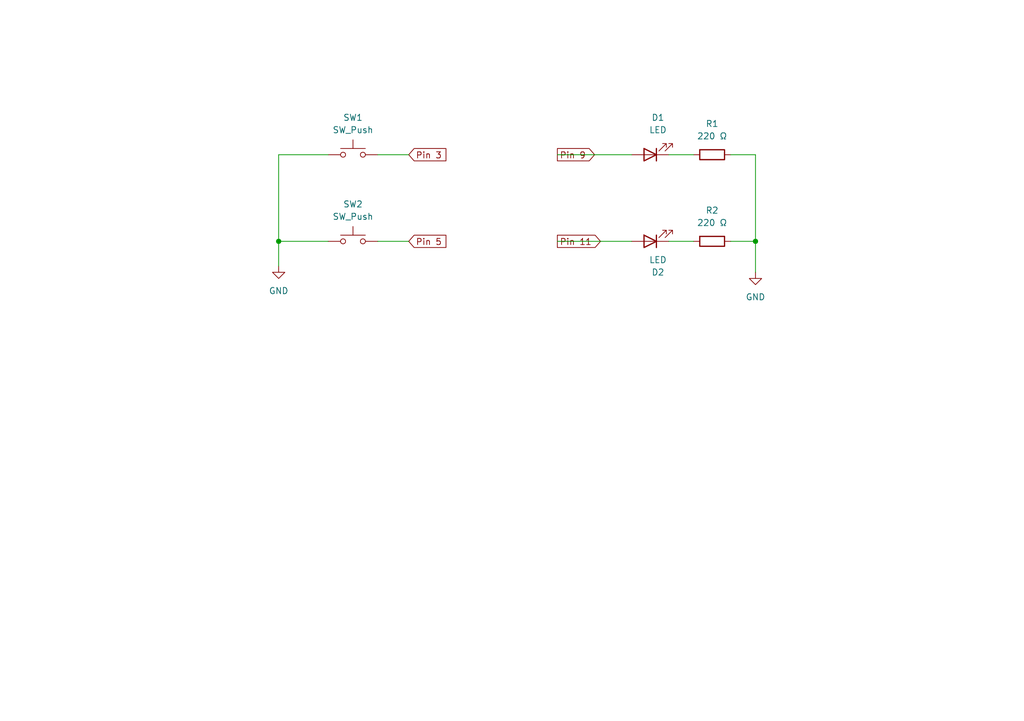
<source format=kicad_sch>
(kicad_sch (version 20230121) (generator eeschema)
  (paper "A5")
  (title_block (title "Click Button Game") (date "2023-09-16"))
  (lib_symbols
    (symbol "Device:LED" (pin_numbers hide) (pin_names (offset 1.016) hide)
      (property "Reference" "D" (at 0 2.54 0))
      (property "Value" "LED" (at 0 -2.54 0))
      (symbol "LED_0_1"
        (polyline (pts (xy -1.27 -1.27) (xy -1.27 1.27)) (stroke (width 0.254)))
        (polyline (pts (xy -1.27 0) (xy 1.27 0)))
        (polyline (pts (xy 1.27 -1.27) (xy 1.27 1.27) (xy -1.27 0) (xy 1.27 -1.27)) (stroke (width 0.254)))
        (polyline (pts (xy -3.048 -0.762) (xy -4.572 -2.286) (xy -3.81 -2.286) (xy -4.572 -2.286) (xy -4.572 -1.524)))
        (polyline (pts (xy -1.778 -0.762) (xy -3.302 -2.286) (xy -2.54 -2.286) (xy -3.302 -2.286) (xy -3.302 -1.524)))
      )
      (symbol "LED_1_1"
        (pin passive line (at -3.81 0 0) (length 2.54) (name "K") (number "1"))
        (pin passive line (at 3.81 0 180) (length 2.54) (name "A") (number "2"))
      )
    )
    (symbol "Device:R" (pin_numbers hide) (pin_names (offset 0))
      (property "Reference" "R" (at 2.032 0 90))
      (property "Value" "R" (at 0 0 90))
      (symbol "R_0_1"
        (rectangle (start -1.016 -2.54) (end 1.016 2.54) (stroke (width 0.254)))
      )
      (symbol "R_1_1"
        (pin passive line (at 0 3.81 270) (length 1.27) (name "~") (number "1"))
        (pin passive line (at 0 -3.81 90) (length 1.27) (name "~") (number "2"))
      )
    )
    (symbol "Switch:SW_Push" (pin_numbers hide) (pin_names (offset 1.016) hide)
      (property "Reference" "SW" (at 1.27 2.54 0))
      (property "Value" "SW_Push" (at 0 -1.524 0))
      (symbol "SW_Push_0_1"
        (circle (center -2.032 0) (radius 0.508))
        (polyline (pts (xy 0 1.27) (xy 0 3.048)))
        (polyline (pts (xy 2.54 1.27) (xy -2.54 1.27)))
        (circle (center 2.032 0) (radius 0.508))
        (pin passive line (at -5.08 0 0) (length 2.54) (name "1") (number "1"))
        (pin passive line (at 5.08 0 180) (length 2.54) (name "2") (number "2"))
      )
    )
    (symbol "power:GND" (power) (pin_names (offset 0))
      (property "Value" "GND" (at 0 -3.81 0))
      (symbol "GND_0_1"
        (polyline (pts (xy 0 0) (xy 0 -1.27) (xy 1.27 -1.27) (xy 0 -2.54) (xy -1.27 -1.27) (xy 0 -1.27)))
      )
      (symbol "GND_1_1"
        (pin power_in line (at 0 0 270) (length 0) hide (name "GND") (number "1"))
      )
    )
  )
  (junction (at 57.15 49.53))
  (junction (at 154.94 49.53))
  (wire (pts (xy 77.47 31.75) (xy 83.82 31.75)))
  (wire (pts (xy 137.16 31.75) (xy 142.24 31.75)))
  (wire (pts (xy 154.94 49.53) (xy 154.94 55.88)))
  (wire (pts (xy 149.86 49.53) (xy 154.94 49.53)))
  (wire (pts (xy 137.16 49.53) (xy 142.24 49.53)))
  (wire (pts (xy 57.15 49.53) (xy 57.15 54.61)))
  (wire (pts (xy 114.3 31.75) (xy 129.54 31.75)))
  (wire (pts (xy 67.31 49.53) (xy 57.15 49.53)))
  (wire (pts (xy 77.47 49.53) (xy 83.82 49.53)))
  (wire (pts (xy 149.86 31.75) (xy 154.94 31.75)))
  (wire (pts (xy 154.94 31.75) (xy 154.94 49.53)))
  (wire (pts (xy 57.15 31.75) (xy 57.15 49.53)))
  (wire (pts (xy 67.31 31.75) (xy 57.15 31.75)))
  (wire (pts (xy 114.3 49.53) (xy 129.54 49.53)))
  (global_label "Pin 5" (shape input) (at 83.82 49.53 0) (property "Intersheetrefs" "${INTERSHEET_REFS}" (effects hide)))
  (global_label "Pin 9" (shape output) (at 114.3 31.75 0) (property "Intersheetrefs" "${INTERSHEET_REFS}" (effects hide)))
  (global_label "Pin 11" (shape output) (at 114.3 49.53 0) (property "Intersheetrefs" "${INTERSHEET_REFS}" (effects hide)))
  (global_label "Pin 3" (shape input) (at 83.82 31.75 0) (property "Intersheetrefs" "${INTERSHEET_REFS}" (effects hide)))
  (symbol (lib_id "power:GND") (at 154.94 55.88 0) (unit 1)
    (property "Reference" "#PWR01" (effects hide))
    (property "Value" "GND" (at 154.94 60.96 0))
  )
  (symbol (lib_id "Device:R") (at 146.05 49.53 270) (unit 1)
    (property "Reference" "R2" (at 146.05 43.18 90))
    (property "Value" "220 Ω" (at 146.05 45.72 90))
  )
  (symbol (lib_id "power:GND") (at 57.15 54.61 0) (unit 1)
    (property "Reference" "#PWR02" (effects hide))
    (property "Value" "GND" (at 57.15 59.69 0))
  )
  (symbol (lib_id "Device:LED") (at 133.35 49.53 180) (unit 1)
    (property "Reference" "D2" (at 134.9375 55.88 0))
    (property "Value" "LED" (at 134.9375 53.34 0))
  )
  (symbol (lib_id "Switch:SW_Push") (at 72.39 31.75 0) (unit 1)
    (property "Reference" "SW1" (at 72.39 24.13 0))
    (property "Value" "SW_Push" (at 72.39 26.67 0))
  )
  (symbol (lib_id "Device:LED") (at 133.35 31.75 180) (unit 1)
    (property "Reference" "D1" (at 134.9375 24.13 0))
    (property "Value" "LED" (at 134.9375 26.67 0))
  )
  (symbol (lib_id "Switch:SW_Push") (at 72.39 49.53 0) (unit 1)
    (property "Reference" "SW2" (at 72.39 41.91 0))
    (property "Value" "SW_Push" (at 72.39 44.45 0))
  )
  (symbol (lib_id "Device:R") (at 146.05 31.75 270) (unit 1)
    (property "Reference" "R1" (at 146.05 25.4 90))
    (property "Value" "220 Ω" (at 146.05 27.94 90))
  )
)
</source>
